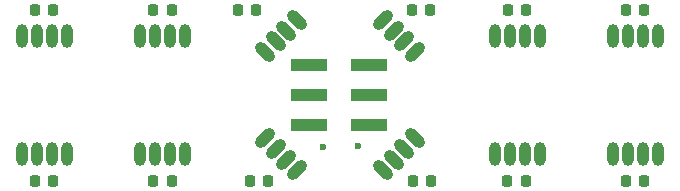
<source format=gbr>
G04 #@! TF.GenerationSoftware,KiCad,Pcbnew,8.0.6*
G04 #@! TF.CreationDate,2025-06-25T21:28:08+01:00*
G04 #@! TF.ProjectId,led-matrix,6c65642d-6d61-4747-9269-782e6b696361,rev?*
G04 #@! TF.SameCoordinates,Original*
G04 #@! TF.FileFunction,Soldermask,Bot*
G04 #@! TF.FilePolarity,Negative*
%FSLAX46Y46*%
G04 Gerber Fmt 4.6, Leading zero omitted, Abs format (unit mm)*
G04 Created by KiCad (PCBNEW 8.0.6) date 2025-06-25 21:28:08*
%MOMM*%
%LPD*%
G01*
G04 APERTURE LIST*
G04 Aperture macros list*
%AMRoundRect*
0 Rectangle with rounded corners*
0 $1 Rounding radius*
0 $2 $3 $4 $5 $6 $7 $8 $9 X,Y pos of 4 corners*
0 Add a 4 corners polygon primitive as box body*
4,1,4,$2,$3,$4,$5,$6,$7,$8,$9,$2,$3,0*
0 Add four circle primitives for the rounded corners*
1,1,$1+$1,$2,$3*
1,1,$1+$1,$4,$5*
1,1,$1+$1,$6,$7*
1,1,$1+$1,$8,$9*
0 Add four rect primitives between the rounded corners*
20,1,$1+$1,$2,$3,$4,$5,0*
20,1,$1+$1,$4,$5,$6,$7,0*
20,1,$1+$1,$6,$7,$8,$9,0*
20,1,$1+$1,$8,$9,$2,$3,0*%
%AMHorizOval*
0 Thick line with rounded ends*
0 $1 width*
0 $2 $3 position (X,Y) of the first rounded end (center of the circle)*
0 $4 $5 position (X,Y) of the second rounded end (center of the circle)*
0 Add line between two ends*
20,1,$1,$2,$3,$4,$5,0*
0 Add two circle primitives to create the rounded ends*
1,1,$1,$2,$3*
1,1,$1,$4,$5*%
G04 Aperture macros list end*
%ADD10O,1.000000X2.000000*%
%ADD11HorizOval,1.000000X0.353553X0.353553X-0.353553X-0.353553X0*%
%ADD12HorizOval,1.000000X-0.353553X0.353553X0.353553X-0.353553X0*%
%ADD13RoundRect,0.225000X-0.225000X-0.250000X0.225000X-0.250000X0.225000X0.250000X-0.225000X0.250000X0*%
%ADD14R,3.150000X1.000000*%
%ADD15RoundRect,0.225000X0.225000X0.250000X-0.225000X0.250000X-0.225000X-0.250000X0.225000X-0.250000X0*%
%ADD16C,0.600000*%
G04 APERTURE END LIST*
D10*
X90310000Y-58500000D03*
X89040000Y-58500000D03*
X87770000Y-58500000D03*
X86500000Y-58500000D03*
D11*
X99752038Y-69847038D03*
X98854013Y-68949013D03*
X97955987Y-68050987D03*
X97057962Y-67152962D03*
D10*
X120310000Y-58500000D03*
X119040000Y-58500000D03*
X117770000Y-58500000D03*
X116500000Y-58500000D03*
X120310000Y-68500000D03*
X119040000Y-68500000D03*
X117770000Y-68500000D03*
X116500000Y-68500000D03*
D12*
X109752038Y-67152962D03*
X108854013Y-68050987D03*
X107955987Y-68949013D03*
X107057962Y-69847038D03*
D10*
X80310000Y-58500000D03*
X79040000Y-58500000D03*
X77770000Y-58500000D03*
X76500000Y-58500000D03*
X130310000Y-58500000D03*
X129040000Y-58500000D03*
X127770000Y-58500000D03*
X126500000Y-58500000D03*
X130310000Y-68500000D03*
X129040000Y-68500000D03*
X127770000Y-68500000D03*
X126500000Y-68500000D03*
X80310000Y-68500000D03*
X79040000Y-68500000D03*
X77770000Y-68500000D03*
X76500000Y-68500000D03*
X90310000Y-68500000D03*
X89040000Y-68500000D03*
X87770000Y-68500000D03*
X86500000Y-68500000D03*
D12*
X99752038Y-57152962D03*
X98854013Y-58050987D03*
X97955987Y-58949013D03*
X97057962Y-59847038D03*
D11*
X109752038Y-59847038D03*
X108854013Y-58949013D03*
X107955987Y-58050987D03*
X107057962Y-57152962D03*
D13*
X127605000Y-70750000D03*
X129155000Y-70750000D03*
X77580000Y-70750000D03*
X79130000Y-70750000D03*
X127605000Y-56250000D03*
X129155000Y-56250000D03*
D14*
X100830000Y-65997189D03*
X105880000Y-65997189D03*
X100830000Y-63457189D03*
X105880000Y-63457189D03*
X100830000Y-60917189D03*
X105880000Y-60917189D03*
D13*
X87605000Y-70750000D03*
X89155000Y-70750000D03*
X109500000Y-56300000D03*
X111050000Y-56300000D03*
X77605000Y-56250000D03*
X79155000Y-56250000D03*
X87605000Y-56250000D03*
X89155000Y-56250000D03*
X117605000Y-56250000D03*
X119155000Y-56250000D03*
D15*
X97325000Y-70750000D03*
X95775000Y-70750000D03*
D13*
X109575000Y-70750000D03*
X111125000Y-70750000D03*
D15*
X96325000Y-56250000D03*
X94775000Y-56250000D03*
D13*
X117580000Y-70750000D03*
X119130000Y-70750000D03*
D16*
X101950000Y-67850000D03*
X104950000Y-67800000D03*
M02*

</source>
